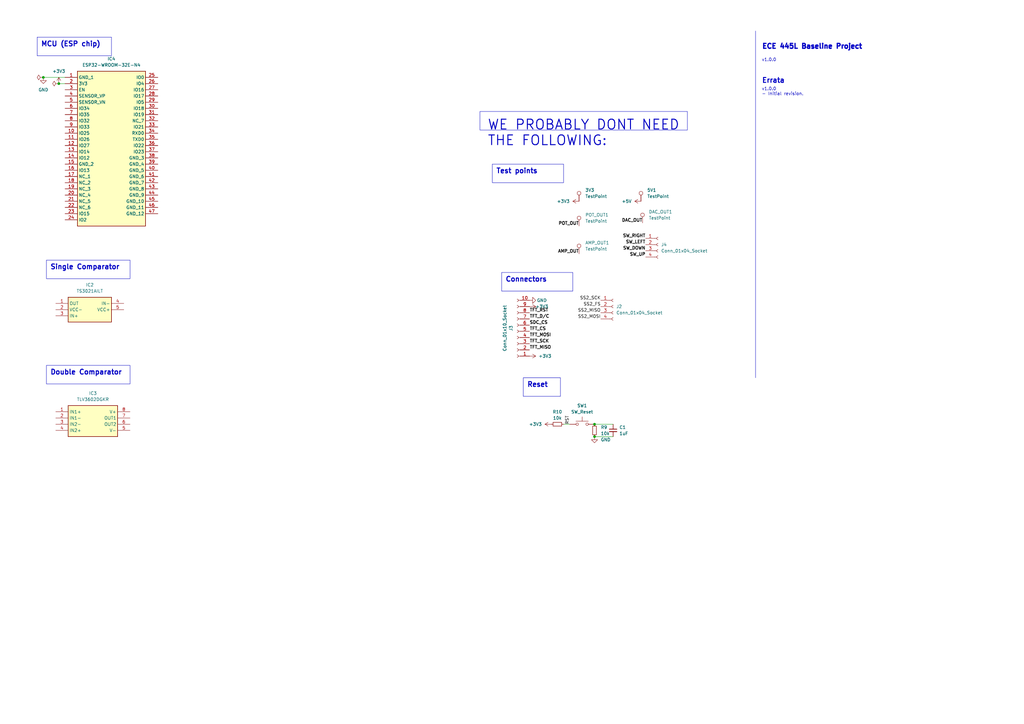
<source format=kicad_sch>
(kicad_sch (version 20230121) (generator eeschema)
  (paper "A3")
  (title_block (title "ECE 445L Baseline Project") (date "2023-08-25") (rev "v1.0.0") (company "The University of Texas at Austin"))
  (lib_symbols
    (symbol "Connector:Conn_01x04_Socket" (pin_names (offset 1.016) hide)
      (property "Reference" "J" (at 0 5.08 0))
      (property "Value" "Conn_01x04_Socket" (at 0 -7.62 0))
      (symbol "Conn_01x04_Socket_1_1"
        (arc (start 0 -4.572) (mid -0.5058 -5.08) (end 0 -5.588) (stroke (width 0.1524)))
        (arc (start 0 -2.032) (mid -0.5058 -2.54) (end 0 -3.048) (stroke (width 0.1524)))
        (polyline (pts (xy -1.27 -5.08) (xy -0.508 -5.08)) (stroke (width 0.1524)))
        (polyline (pts (xy -1.27 -2.54) (xy -0.508 -2.54)) (stroke (width 0.1524)))
        (polyline (pts (xy -1.27 0) (xy -0.508 0)) (stroke (width 0.1524)))
        (polyline (pts (xy -1.27 2.54) (xy -0.508 2.54)) (stroke (width 0.1524)))
        (arc (start 0 0.508) (mid -0.5058 0) (end 0 -0.508) (stroke (width 0.1524)))
        (arc (start 0 3.048) (mid -0.5058 2.54) (end 0 2.032) (stroke (width 0.1524)))
        (pin passive line (at -5.08 2.54 0) (length 3.81) (name "Pin_1") (number "1"))
        (pin passive line (at -5.08 0 0) (length 3.81) (name "Pin_2") (number "2"))
        (pin passive line (at -5.08 -2.54 0) (length 3.81) (name "Pin_3") (number "3"))
        (pin passive line (at -5.08 -5.08 0) (length 3.81) (name "Pin_4") (number "4"))
      )
    )
    (symbol "Connector:Conn_01x10_Socket" (pin_names (offset 1.016) hide)
      (property "Reference" "J" (at 0 12.7 0))
      (property "Value" "Conn_01x10_Socket" (at 0 -15.24 0))
      (symbol "Conn_01x10_Socket_1_1"
        (arc (start 0 -12.192) (mid -0.5058 -12.7) (end 0 -13.208) (stroke (width 0.1524)))
        (arc (start 0 -9.652) (mid -0.5058 -10.16) (end 0 -10.668) (stroke (width 0.1524)))
        (arc (start 0 -7.112) (mid -0.5058 -7.62) (end 0 -8.128) (stroke (width 0.1524)))
        (arc (start 0 -4.572) (mid -0.5058 -5.08) (end 0 -5.588) (stroke (width 0.1524)))
        (arc (start 0 -2.032) (mid -0.5058 -2.54) (end 0 -3.048) (stroke (width 0.1524)))
        (polyline (pts (xy -1.27 -12.7) (xy -0.508 -12.7)) (stroke (width 0.1524)))
        (polyline (pts (xy -1.27 -10.16) (xy -0.508 -10.16)) (stroke (width 0.1524)))
        (polyline (pts (xy -1.27 -7.62) (xy -0.508 -7.62)) (stroke (width 0.1524)))
        (polyline (pts (xy -1.27 -5.08) (xy -0.508 -5.08)) (stroke (width 0.1524)))
        (polyline (pts (xy -1.27 -2.54) (xy -0.508 -2.54)) (stroke (width 0.1524)))
        (polyline (pts (xy -1.27 0) (xy -0.508 0)) (stroke (width 0.1524)))
        (polyline (pts (xy -1.27 2.54) (xy -0.508 2.54)) (stroke (width 0.1524)))
        (polyline (pts (xy -1.27 5.08) (xy -0.508 5.08)) (stroke (width 0.1524)))
        (polyline (pts (xy -1.27 7.62) (xy -0.508 7.62)) (stroke (width 0.1524)))
        (polyline (pts (xy -1.27 10.16) (xy -0.508 10.16)) (stroke (width 0.1524)))
        (arc (start 0 0.508) (mid -0.5058 0) (end 0 -0.508) (stroke (width 0.1524)))
        (arc (start 0 3.048) (mid -0.5058 2.54) (end 0 2.032) (stroke (width 0.1524)))
        (arc (start 0 5.588) (mid -0.5058 5.08) (end 0 4.572) (stroke (width 0.1524)))
        (arc (start 0 8.128) (mid -0.5058 7.62) (end 0 7.112) (stroke (width 0.1524)))
        (arc (start 0 10.668) (mid -0.5058 10.16) (end 0 9.652) (stroke (width 0.1524)))
        (pin passive line (at -5.08 10.16 0) (length 3.81) (name "Pin_1") (number "1"))
        (pin passive line (at -5.08 -12.7 0) (length 3.81) (name "Pin_10") (number "10"))
        (pin passive line (at -5.08 7.62 0) (length 3.81) (name "Pin_2") (number "2"))
        (pin passive line (at -5.08 5.08 0) (length 3.81) (name "Pin_3") (number "3"))
        (pin passive line (at -5.08 2.54 0) (length 3.81) (name "Pin_4") (number "4"))
        (pin passive line (at -5.08 0 0) (length 3.81) (name "Pin_5") (number "5"))
        (pin passive line (at -5.08 -2.54 0) (length 3.81) (name "Pin_6") (number "6"))
        (pin passive line (at -5.08 -5.08 0) (length 3.81) (name "Pin_7") (number "7"))
        (pin passive line (at -5.08 -7.62 0) (length 3.81) (name "Pin_8") (number "8"))
        (pin passive line (at -5.08 -10.16 0) (length 3.81) (name "Pin_9") (number "9"))
      )
    )
    (symbol "Connector:TestPoint" (pin_numbers hide) (pin_names (offset 0.762) hide)
      (property "Reference" "TP" (at 0 6.858 0))
      (property "Value" "TestPoint" (at 0 5.08 0))
      (symbol "TestPoint_0_1"
        (circle (center 0 3.302) (radius 0.762))
      )
      (symbol "TestPoint_1_1"
        (pin passive line (at 0 0 90) (length 2.54) (name "1") (number "1"))
      )
    )
    (symbol "Device:C_Small" (pin_numbers hide) (pin_names (offset 0.254) hide)
      (property "Reference" "C" (at 0.254 1.778 0))
      (property "Value" "C_Small" (at 0.254 -2.032 0))
      (symbol "C_Small_0_1"
        (polyline (pts (xy -1.524 -0.508) (xy 1.524 -0.508)) (stroke (width 0.3302)))
        (polyline (pts (xy -1.524 0.508) (xy 1.524 0.508)) (stroke (width 0.3048)))
      )
      (symbol "C_Small_1_1"
        (pin passive line (at 0 2.54 270) (length 2.032) (name "~") (number "1"))
        (pin passive line (at 0 -2.54 90) (length 2.032) (name "~") (number "2"))
      )
    )
    (symbol "Device:R_Small" (pin_numbers hide) (pin_names (offset 0.254) hide)
      (property "Reference" "R" (at 0.762 0.508 0))
      (property "Value" "R_Small" (at 0.762 -1.016 0))
      (symbol "R_Small_0_1"
        (rectangle (start -0.762 1.778) (end 0.762 -1.778) (stroke (width 0.2032)))
      )
      (symbol "R_Small_1_1"
        (pin passive line (at 0 2.54 270) (length 0.762) (name "~") (number "1"))
        (pin passive line (at 0 -2.54 90) (length 0.762) (name "~") (number "2"))
      )
    )
    (symbol "ESP32-WROOM-32E-N4:ESP32-WROOM-32E-N4"
      (property "Reference" "IC" (at 34.29 7.62 0))
      (property "Value" "ESP32-WROOM-32E-N4" (at 34.29 5.08 0))
      (symbol "ESP32-WROOM-32E-N4_1_1"
        (rectangle (start 5.08 2.54) (end 33.02 -60.96) (stroke (width 0.254)) (fill (type background)))
        (pin passive line (at 0 0 0) (length 5.08) (name "GND_1") (number "1"))
        (pin passive line (at 0 -22.86 0) (length 5.08) (name "IO25") (number "10"))
        (pin passive line (at 0 -25.4 0) (length 5.08) (name "IO26") (number "11"))
        (pin passive line (at 0 -27.94 0) (length 5.08) (name "IO27") (number "12"))
        (pin passive line (at 0 -30.48 0) (length 5.08) (name "IO14") (number "13"))
        (pin passive line (at 0 -33.02 0) (length 5.08) (name "IO12") (number "14"))
        (pin passive line (at 0 -35.56 0) (length 5.08) (name "GND_2") (number "15"))
        (pin passive line (at 0 -38.1 0) (length 5.08) (name "IO13") (number "16"))
        (pin passive line (at 0 -40.64 0) (length 5.08) (name "NC_1") (number "17"))
        (pin passive line (at 0 -43.18 0) (length 5.08) (name "NC_2") (number "18"))
        (pin passive line (at 0 -45.72 0) (length 5.08) (name "NC_3") (number "19"))
        (pin passive line (at 0 -2.54 0) (length 5.08) (name "3V3") (number "2"))
        (pin passive line (at 0 -48.26 0) (length 5.08) (name "NC_4") (number "20"))
        (pin passive line (at 0 -50.8 0) (length 5.08) (name "NC_5") (number "21"))
        (pin passive line (at 0 -53.34 0) (length 5.08) (name "NC_6") (number "22"))
        (pin passive line (at 0 -55.88 0) (length 5.08) (name "IO15") (number "23"))
        (pin passive line (at 0 -58.42 0) (length 5.08) (name "IO2") (number "24"))
        (pin passive line (at 38.1 0 180) (length 5.08) (name "IO0") (number "25"))
        (pin passive line (at 38.1 -2.54 180) (length 5.08) (name "IO4") (number "26"))
        (pin passive line (at 38.1 -5.08 180) (length 5.08) (name "IO16") (number "27"))
        (pin passive line (at 38.1 -7.62 180) (length 5.08) (name "IO17") (number "28"))
        (pin passive line (at 38.1 -10.16 180) (length 5.08) (name "IO5") (number "29"))
        (pin passive line (at 0 -5.08 0) (length 5.08) (name "EN") (number "3"))
        (pin passive line (at 38.1 -12.7 180) (length 5.08) (name "IO18") (number "30"))
        (pin passive line (at 38.1 -15.24 180) (length 5.08) (name "IO19") (number "31"))
        (pin passive line (at 38.1 -17.78 180) (length 5.08) (name "NC_7") (number "32"))
        (pin passive line (at 38.1 -20.32 180) (length 5.08) (name "IO21") (number "33"))
        (pin passive line (at 38.1 -22.86 180) (length 5.08) (name "RXD0") (number "34"))
        (pin passive line (at 38.1 -25.4 180) (length 5.08) (name "TXD0") (number "35"))
        (pin passive line (at 38.1 -27.94 180) (length 5.08) (name "IO22") (number "36"))
        (pin passive line (at 38.1 -30.48 180) (length 5.08) (name "IO23") (number "37"))
        (pin passive line (at 38.1 -33.02 180) (length 5.08) (name "GND_3") (number "38"))
        (pin passive line (at 38.1 -35.56 180) (length 5.08) (name "GND_4") (number "39"))
        (pin passive line (at 0 -7.62 0) (length 5.08) (name "SENSOR_VP") (number "4"))
        (pin passive line (at 38.1 -38.1 180) (length 5.08) (name "GND_5") (number "40"))
        (pin passive line (at 38.1 -40.64 180) (length 5.08) (name "GND_6") (number "41"))
        (pin passive line (at 38.1 -43.18 180) (length 5.08) (name "GND_7") (number "42"))
        (pin passive line (at 38.1 -45.72 180) (length 5.08) (name "GND_8") (number "43"))
        (pin passive line (at 38.1 -48.26 180) (length 5.08) (name "GND_9") (number "44"))
        (pin passive line (at 38.1 -50.8 180) (length 5.08) (name "GND_10") (number "45"))
        (pin passive line (at 38.1 -53.34 180) (length 5.08) (name "GND_11") (number "46"))
        (pin passive line (at 38.1 -55.88 180) (length 5.08) (name "GND_12") (number "47"))
        (pin passive line (at 0 -10.16 0) (length 5.08) (name "SENSOR_VN") (number "5"))
        (pin passive line (at 0 -12.7 0) (length 5.08) (name "IO34") (number "6"))
        (pin passive line (at 0 -15.24 0) (length 5.08) (name "IO35") (number "7"))
        (pin passive line (at 0 -17.78 0) (length 5.08) (name "IO32") (number "8"))
        (pin passive line (at 0 -20.32 0) (length 5.08) (name "IO33") (number "9"))
      )
    )
    (symbol "Switch:SW_Push" (pin_numbers hide) (pin_names (offset 1.016) hide)
      (property "Reference" "SW" (at 1.27 2.54 0))
      (property "Value" "SW_Push" (at 0 -1.524 0))
      (symbol "SW_Push_0_1"
        (circle (center -2.032 0) (radius 0.508))
        (polyline (pts (xy 0 1.27) (xy 0 3.048)))
        (polyline (pts (xy 2.54 1.27) (xy -2.54 1.27)))
        (circle (center 2.032 0) (radius 0.508))
        (pin passive line (at -5.08 0 0) (length 2.54) (name "1") (number "1"))
        (pin passive line (at 5.08 0 180) (length 2.54) (name "2") (number "2"))
      )
    )
    (symbol "TLV3602DGKR:TLV3602DGKR"
      (property "Reference" "IC" (at 26.67 7.62 0))
      (property "Value" "TLV3602DGKR" (at 26.67 5.08 0))
      (symbol "TLV3602DGKR_1_1"
        (rectangle (start 5.08 2.54) (end 25.4 -10.16) (stroke (width 0.254)) (fill (type background)))
        (pin passive line (at 0 0 0) (length 5.08) (name "IN1+") (number "1"))
        (pin passive line (at 0 -2.54 0) (length 5.08) (name "IN1-") (number "2"))
        (pin passive line (at 0 -5.08 0) (length 5.08) (name "IN2-") (number "3"))
        (pin passive line (at 0 -7.62 0) (length 5.08) (name "IN2+") (number "4"))
        (pin passive line (at 30.48 -7.62 180) (length 5.08) (name "V-") (number "5"))
        (pin passive line (at 30.48 -5.08 180) (length 5.08) (name "OUT2") (number "6"))
        (pin passive line (at 30.48 -2.54 180) (length 5.08) (name "OUT1") (number "7"))
        (pin passive line (at 30.48 0 180) (length 5.08) (name "V+") (number "8"))
      )
    )
    (symbol "TS3021AILT:TS3021AILT"
      (property "Reference" "IC" (at 24.13 7.62 0))
      (property "Value" "TS3021AILT" (at 24.13 5.08 0))
      (symbol "TS3021AILT_1_1"
        (rectangle (start 5.08 2.54) (end 22.86 -7.62) (stroke (width 0.254)) (fill (type background)))
        (pin passive line (at 0 0 0) (length 5.08) (name "OUT") (number "1"))
        (pin passive line (at 0 -2.54 0) (length 5.08) (name "VCC-") (number "2"))
        (pin passive line (at 0 -5.08 0) (length 5.08) (name "IN+") (number "3"))
        (pin passive line (at 27.94 0 180) (length 5.08) (name "IN-") (number "4"))
        (pin passive line (at 27.94 -2.54 180) (length 5.08) (name "VCC+") (number "5"))
      )
    )
    (symbol "power:+3V3" (power) (pin_names (offset 0))
      (property "Value" "+3V3" (at 0 3.556 0))
      (symbol "+3V3_0_1"
        (polyline (pts (xy -0.762 1.27) (xy 0 2.54)))
        (polyline (pts (xy 0 0) (xy 0 2.54)))
        (polyline (pts (xy 0 2.54) (xy 0.762 1.27)))
      )
      (symbol "+3V3_1_1"
        (pin power_in line (at 0 0 90) (length 0) hide (name "+3V3") (number "1"))
      )
    )
    (symbol "power:+5V" (power) (pin_names (offset 0))
      (property "Value" "+5V" (at 0 3.556 0))
      (symbol "+5V_0_1"
        (polyline (pts (xy -0.762 1.27) (xy 0 2.54)))
        (polyline (pts (xy 0 0) (xy 0 2.54)))
        (polyline (pts (xy 0 2.54) (xy 0.762 1.27)))
      )
      (symbol "+5V_1_1"
        (pin power_in line (at 0 0 90) (length 0) hide (name "+5V") (number "1"))
      )
    )
    (symbol "power:GND" (power) (pin_names (offset 0))
      (property "Value" "GND" (at 0 -3.81 0))
      (symbol "GND_0_1"
        (polyline (pts (xy 0 0) (xy 0 -1.27) (xy 1.27 -1.27) (xy 0 -2.54) (xy -1.27 -1.27) (xy 0 -1.27)))
      )
      (symbol "GND_1_1"
        (pin power_in line (at 0 0 270) (length 0) hide (name "GND") (number "1"))
      )
    )
    (symbol "power:PWR_FLAG" (power) (pin_numbers hide) (pin_names (offset 0) hide)
      (property "Value" "PWR_FLAG" (at 0 3.81 0))
      (symbol "PWR_FLAG_0_0"
        (pin power_out line (at 0 0 90) (length 0) (name "pwr") (number "1"))
      )
      (symbol "PWR_FLAG_0_1"
        (polyline (pts (xy 0 0) (xy 0 1.27) (xy -1.016 1.905) (xy 0 2.54) (xy 1.016 1.905) (xy 0 1.27)))
      )
    )
  )
  (junction (at 243.84 179.07))
  (junction (at 24.13 34.29))
  (junction (at 17.78 31.75))
  (junction (at 243.84 173.99))
  (wire (pts (xy 233.68 173.99) (xy 231.14 173.99)))
  (wire (pts (xy 24.13 34.29) (xy 26.67 34.29)))
  (wire (pts (xy 243.84 173.99) (xy 251.46 173.99)))
  (wire (pts (xy 243.84 179.07) (xy 251.46 179.07)))
  (polyline (pts (xy 309.88 12.7) (xy 309.88 154.94)))
  (wire (pts (xy 17.78 31.75) (xy 26.67 31.75)))
  (text_box "MCU (ESP chip)" (at 15.24 15.24 0) (size 30.48 7.62) (effects (font (size 2 2) (thickness 0.4) bold) (justify left top)))
  (text_box "Connectors" (at 205.74 111.76 0) (size 29.21 7.62) (effects (font (size 2 2) (thickness 0.4) bold) (justify left top)))
  (text_box "Single Comparator\n" (at 19.05 106.68 0) (size 34.29 7.62) (effects (font (size 2 2) (thickness 0.4) bold) (justify left top)))
  (text_box "Test points" (at 201.93 67.31 0) (size 29.21 7.62) (effects (font (size 2 2) (thickness 0.4) bold) (justify left top)))
  (text_box "Reset\n" (at 214.63 154.94 0) (size 15.24 7.62) (effects (font (size 2 2) (thickness 0.4) bold) (justify left top)))
  (text_box "Double Comparator" (at 19.05 149.86 0) (size 34.29 7.62) (effects (font (size 2 2) (thickness 0.4) bold) (justify left top)))
  (text_box "WE PROBABLY DONT NEED THE FOLLOWING:" (at 196.85 45.72 0) (size 85.09 7.62) (effects (font (size 4 4) (thickness 0.4) bold) (justify left top)))
  (text "v1.0.0\n- Initial revision." (at 312.42 39.37 0) (effects (font (size 1.27 1.27)) (justify left bottom)))
  (text "ECE 445L Baseline Project" (at 312.42 20.32 0) (effects (font (size 2 2) (thickness 0.6) bold) (justify left bottom)))
  (text "v1.0.0" (at 312.42 25.4 0) (effects (font (size 1.27 1.27)) (justify left bottom)))
  (text "Errata" (at 312.42 34.29 0) (effects (font (size 2 2) (thickness 0.4) bold) (justify left bottom)))
  (label "SS2_SCK" (at 246.38 123.19 180))
  (label "SS2_FS" (at 246.38 125.73 180))
  (label "TFT_MISO" (at 217.17 143.51 0) (effects (font bold)))
  (label "SW_UP" (at 264.795 105.41 180) (effects (font bold)))
  (label "SS2_MOSI" (at 246.38 130.81 180))
  (label "AMP_OUT" (at 237.49 104.14 180) (effects (font (thickness 0.254) bold)))
  (label "RST" (at 233.68 173.99 90))
  (label "TFT_CS" (at 217.17 135.89 0) (effects (font bold)))
  (label "SS2_MISO" (at 246.38 128.27 180))
  (label "SDC_CS" (at 217.17 133.35 0) (effects (font bold)))
  (label "DAC_OUT" (at 263.525 91.44 180) (effects (font (thickness 0.254) bold)))
  (label "TFT_RST" (at 217.17 128.27 0) (effects (font bold)))
  (label "TFT_MOSI" (at 217.17 138.43 0) (effects (font bold)))
  (label "SW_RIGHT" (at 264.795 97.79 180) (effects (font bold)))
  (label "TFT_D{slash}C" (at 217.17 130.81 0) (effects (font bold)))
  (label "SW_DOWN" (at 264.795 102.87 180) (effects (font bold)))
  (label "SW_LEFT" (at 264.795 100.33 180) (effects (font bold)))
  (label "POT_OUT" (at 237.49 92.71 180) (effects (font (thickness 0.254) bold)))
  (label "TFT_SCK" (at 217.17 140.97 0) (effects (font bold)))
  (symbol (lib_id "power:+3V3") (at 217.17 125.73 270) (unit 1)
    (property "Reference" "#PWR033" (effects hide))
    (property "Value" "+3V3" (at 222.25 125.73 90))
  )
  (symbol (lib_id "Connector:TestPoint") (at 263.525 91.44 0) (unit 1)
    (property "Reference" "DAC_OUT1" (at 266.065 86.868 0) (effects (justify left)))
    (property "Value" "TestPoint" (at 266.065 89.408 0) (effects (justify left)))
    (property "Footprint" "TestPoint:TestPoint_Pad_1.0x1.0mm" (effects hide))
  )
  (symbol (lib_id "Connector:Conn_01x10_Socket") (at 212.09 135.89 180) (unit 1)
    (property "Reference" "J3" (at 209.55 134.62 90))
    (property "Value" "Conn_01x10_Socket" (at 207.01 134.62 90))
    (property "Footprint" "Connector_PinSocket_2.54mm:PinSocket_1x10_P2.54mm_Vertical" (effects hide))
  )
  (symbol (lib_id "power:+3V3") (at 217.17 146.05 270) (unit 1)
    (property "Reference" "#PWR034" (effects hide))
    (property "Value" "+3V3" (at 223.52 146.05 90))
  )
  (symbol (lib_id "Switch:SW_Push") (at 238.76 173.99 0) (unit 1)
    (property "Reference" "SW1" (at 238.76 166.37 0))
    (property "Value" "SW_Reset" (at 238.76 168.91 0))
    (property "Footprint" "Button_Switch_THT:SW_PUSH_6mm" (effects hide))
  )
  (symbol (lib_id "Device:R_Small") (at 243.84 176.53 180) (unit 1)
    (property "Reference" "R9" (at 246.38 175.26 0) (effects (justify right)))
    (property "Value" "10k" (at 246.38 177.8 0) (effects (justify right)))
    (property "Footprint" "Resistor_THT:R_Axial_DIN0204_L3.6mm_D1.6mm_P1.90mm_Vertical" (effects hide))
  )
  (symbol (lib_id "power:GND") (at 217.17 123.19 90) (unit 1)
    (property "Reference" "#PWR032" (effects hide))
    (property "Value" "GND" (at 222.25 123.19 90))
  )
  (symbol (lib_id "power:+3V3") (at 237.49 82.55 90) (unit 1)
    (property "Reference" "#PWR042" (effects hide))
    (property "Value" "+3V3" (at 233.68 82.55 90) (effects (justify left)))
  )
  (symbol (lib_id "power:+3V3") (at 24.13 34.29 0) (mirror y) (unit 1)
    (property "Reference" "#PWR044" (effects hide))
    (property "Value" "+3V3" (at 24.13 29.21 0))
  )
  (symbol (lib_id "power:+3V3") (at 226.06 173.99 90) (unit 1)
    (property "Reference" "#PWR030" (effects hide))
    (property "Value" "+3V3" (at 222.25 173.99 90) (effects (justify left)))
  )
  (symbol (lib_id "Device:C_Small") (at 251.46 176.53 0) (unit 1)
    (property "Reference" "C1" (at 254 175.2663 0) (effects (justify left)))
    (property "Value" "1uF" (at 254 177.8063 0) (effects (justify left)))
    (property "Footprint" "Capacitor_THT:CP_Radial_Tantal_D5.0mm_P2.50mm" (effects hide))
  )
  (symbol (lib_id "Connector:TestPoint") (at 237.49 104.14 0) (unit 1)
    (property "Reference" "AMP_OUT1" (at 240.03 99.568 0) (effects (justify left)))
    (property "Value" "TestPoint" (at 240.03 102.108 0) (effects (justify left)))
    (property "Footprint" "TestPoint:TestPoint_Pad_1.0x1.0mm" (effects hide))
  )
  (symbol (lib_id "TS3021AILT:TS3021AILT") (at 22.86 124.46 0) (unit 1)
    (property "Reference" "IC2" (at 36.83 116.84 0))
    (property "Value" "TS3021AILT" (at 36.83 119.38 0))
    (property "Footprint" "SOT95P280X145-5N" (effects hide))
    (property "Datasheet" "https://www.st.com/resource/en/datasheet/ts3021.pdf" (effects hide))
    (property "Height" "1.45" (effects hide))
    (property "Mouser Part Number" "511-TS3021AILT" (effects hide))
    (property "Mouser Price/Stock" "https://www.mouser.co.uk/ProductDetail/STMicroelectronics/TS3021AILT?qs=U58vgkJzipTYTZ89iH%2FIVA%3D%3D" (effects hide))
    (property "Manufacturer_Name" "STMicroelectronics" (effects hide))
    (property "Manufacturer_Part_Number" "TS3021AILT" (effects hide))
  )
  (symbol (lib_id "Connector:Conn_01x04_Socket") (at 251.46 125.73 0) (unit 1)
    (property "Reference" "J2" (at 252.73 125.73 0) (effects (justify left)))
    (property "Value" "Conn_01x04_Socket" (at 252.73 128.27 0) (effects (justify left)))
    (property "Footprint" "Connector_PinSocket_2.54mm:PinSocket_1x04_P2.54mm_Vertical" (effects hide))
  )
  (symbol (lib_id "power:+5V") (at 262.89 82.55 90) (unit 1)
    (property "Reference" "#PWR043" (effects hide))
    (property "Value" "+5V" (at 259.08 82.55 90) (effects (justify left)))
  )
  (symbol (lib_id "power:GND") (at 243.84 179.07 0) (unit 1)
    (property "Reference" "#PWR029" (effects hide))
    (property "Value" "GND" (at 246.38 180.34 0) (effects (justify left)))
  )
  (symbol (lib_id "Connector:Conn_01x04_Socket") (at 269.875 100.33 0) (unit 1)
    (property "Reference" "J4" (at 271.145 100.33 0) (effects (justify left)))
    (property "Value" "Conn_01x04_Socket" (at 271.145 102.87 0) (effects (justify left)))
    (property "Footprint" "Connector_PinSocket_2.54mm:PinSocket_1x04_P2.54mm_Vertical" (effects hide))
  )
  (symbol (lib_id "power:PWR_FLAG") (at 17.78 31.75 90) (mirror x) (unit 1)
    (property "Reference" "#FLG03" (effects hide))
    (property "Value" "PWR_FLAG" (effects hide))
  )
  (symbol (lib_id "TLV3602DGKR:TLV3602DGKR") (at 22.86 168.91 0) (unit 1)
    (property "Reference" "IC3" (at 38.1 161.29 0))
    (property "Value" "TLV3602DGKR" (at 38.1 163.83 0))
    (property "Footprint" "SOP65P490X110-8N" (effects hide))
    (property "Datasheet" "https://www.mouser.de/ProductDetail/Texas-Instruments/TLV3602DGKR?qs=IPgv5n7u5QZ693tOyGXgLw%3D%3D" (effects hide))
    (property "Height" "1.1" (effects hide))
    (property "Mouser Part Number" "595-TLV3602DGKR" (effects hide))
    (property "Mouser Price/Stock" "https://www.mouser.co.uk/ProductDetail/Texas-Instruments/TLV3602DGKR?qs=IPgv5n7u5QZ693tOyGXgLw%3D%3D" (effects hide))
    (property "Manufacturer_Name" "Texas Instruments" (effects hide))
    (property "Manufacturer_Part_Number" "TLV3602DGKR" (effects hide))
  )
  (symbol (lib_id "Connector:TestPoint") (at 237.49 92.71 0) (unit 1)
    (property "Reference" "POT_OUT1" (at 240.03 88.138 0) (effects (justify left)))
    (property "Value" "TestPoint" (at 240.03 90.678 0) (effects (justify left)))
    (property "Footprint" "TestPoint:TestPoint_Pad_1.0x1.0mm" (effects hide))
  )
  (symbol (lib_id "power:PWR_FLAG") (at 24.13 34.29 90) (mirror x) (unit 1)
    (property "Reference" "#FLG02" (effects hide))
    (property "Value" "PWR_FLAG" (effects hide))
  )
  (symbol (lib_id "Connector:TestPoint") (at 262.89 82.55 0) (unit 1)
    (property "Reference" "5V1" (at 265.43 77.978 0) (effects (justify left)))
    (property "Value" "TestPoint" (at 265.43 80.518 0) (effects (justify left)))
    (property "Footprint" "TestPoint:TestPoint_Pad_1.0x1.0mm" (effects hide))
  )
  (symbol (lib_id "Connector:TestPoint") (at 237.49 82.55 0) (unit 1)
    (property "Reference" "3V3" (at 240.03 77.978 0) (effects (justify left)))
    (property "Value" "TestPoint" (at 240.03 80.518 0) (effects (justify left)))
    (property "Footprint" "TestPoint:TestPoint_Pad_1.0x1.0mm" (effects hide))
  )
  (symbol (lib_id "Device:R_Small") (at 228.6 173.99 270) (unit 1)
    (property "Reference" "R10" (at 228.6 168.91 90))
    (property "Value" "10k" (at 228.6 171.45 90))
    (property "Footprint" "Resistor_THT:R_Axial_DIN0204_L3.6mm_D1.6mm_P1.90mm_Vertical" (effects hide))
  )
  (symbol (lib_id "power:GND") (at 17.78 31.75 0) (mirror y) (unit 1)
    (property "Reference" "#PWR045" (effects hide))
    (property "Value" "GND" (at 17.78 36.83 0))
  )
  (symbol (lib_id "ESP32-WROOM-32E-N4:ESP32-WROOM-32E-N4") (at 26.67 31.75 0) (unit 1)
    (property "Reference" "IC4" (at 45.72 24.13 0))
    (property "Value" "ESP32-WROOM-32E-N4" (at 45.72 26.67 0))
    (property "Footprint" "ESP32WROOM32EN4" (effects hide))
    (property "Datasheet" "https://www.espressif.com/sites/default/files/documentation/esp32-wroom-32e_esp32-wroom-32ue_datasheet_en.pdf" (effects hide))
    (property "Height" "3.25" (effects hide))
    (property "Mouser Part Number" "356-ESP32WRM32E132PH" (effects hide))
    (property "Mouser Price/Stock" "https://www.mouser.co.uk/ProductDetail/Espressif-Systems/ESP32-WROOM-32E-N4?qs=Li%252BoUPsLEnsPzTWsi%252BRMgQ%3D%3D" (effects hide))
    (property "Manufacturer_Name" "Espressif Systems" (effects hide))
    (property "Manufacturer_Part_Number" "ESP32-WROOM-32E-N4" (effects hide))
  )
)
</source>
